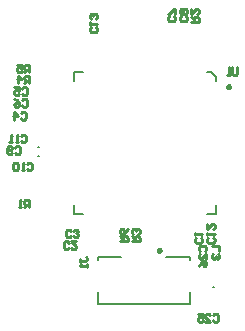
<source format=gbr>
%FSTAX25Y25*%
%MOIN*%
%SFA1B1*%

%IPPOS*%
%ADD47C,0.009842*%
%ADD48C,0.007874*%
%ADD49C,0.010000*%
%LNdigit_legend_bot-1*%
%LPD*%
G54D47*
X0054822Y002498D02*
D01*
X0054821Y0025014*
X0054818Y0025048*
X0054812Y0025082*
X0054803Y0025115*
X0054793Y0025148*
X005478Y002518*
X0054765Y0025211*
X0054748Y0025241*
X0054728Y0025269*
X0054707Y0025296*
X0054684Y0025322*
X0054659Y0025346*
X0054633Y0025368*
X0054605Y0025388*
X0054576Y0025406*
X0054546Y0025422*
X0054515Y0025436*
X0054482Y0025448*
X0054449Y0025457*
X0054416Y0025464*
X0054382Y0025469*
X0054347Y0025472*
X0054313*
X0054279Y0025469*
X0054245Y0025464*
X0054211Y0025457*
X0054178Y0025448*
X0054146Y0025436*
X0054114Y0025422*
X0054084Y0025406*
X0054055Y0025388*
X0054027Y0025368*
X0054001Y0025346*
X0053976Y0025322*
X0053953Y0025296*
X0053932Y0025269*
X0053913Y0025241*
X0053896Y0025211*
X0053881Y002518*
X0053868Y0025148*
X0053857Y0025115*
X0053849Y0025082*
X0053843Y0025048*
X0053839Y0025014*
X0053838Y002498*
X0053839Y0024945*
X0053843Y0024911*
X0053849Y0024877*
X0053857Y0024844*
X0053868Y0024811*
X0053881Y002478*
X0053896Y0024749*
X0053913Y0024719*
X0053932Y0024691*
X0053953Y0024663*
X0053976Y0024638*
X0054001Y0024614*
X0054027Y0024592*
X0054055Y0024572*
X0054084Y0024554*
X0054114Y0024538*
X0054146Y0024524*
X0054178Y0024512*
X0054211Y0024502*
X0054245Y0024495*
X0054279Y002449*
X0054313Y0024488*
X0054347*
X0054382Y002449*
X0054416Y0024495*
X0054449Y0024502*
X0054482Y0024512*
X0054515Y0024524*
X0054546Y0024538*
X0054576Y0024554*
X0054605Y0024572*
X0054633Y0024592*
X0054659Y0024614*
X0054684Y0024638*
X0054707Y0024663*
X0054728Y0024691*
X0054748Y0024719*
X0054765Y0024749*
X005478Y002478*
X0054793Y0024811*
X0054803Y0024844*
X0054812Y0024877*
X0054818Y0024911*
X0054821Y0024945*
X0054822Y002498*
X0077952Y0079527D02*
D01*
X0077951Y0079561*
X0077948Y0079596*
X0077942Y0079629*
X0077933Y0079663*
X0077923Y0079695*
X007791Y0079727*
X0077895Y0079758*
X0077878Y0079788*
X0077858Y0079816*
X0077837Y0079843*
X0077814Y0079869*
X0077789Y0079893*
X0077763Y0079915*
X0077735Y0079935*
X0077706Y0079953*
X0077676Y0079969*
X0077645Y0079983*
X0077612Y0079995*
X0077579Y0080005*
X0077546Y0080012*
X0077512Y0080017*
X0077477Y0080019*
X0077443*
X0077409Y0080017*
X0077375Y0080012*
X0077341Y0080005*
X0077308Y0079995*
X0077276Y0079983*
X0077244Y0079969*
X0077214Y0079953*
X0077185Y0079935*
X0077157Y0079915*
X0077131Y0079893*
X0077106Y0079869*
X0077083Y0079843*
X0077062Y0079816*
X0077043Y0079788*
X0077026Y0079758*
X0077011Y0079727*
X0076998Y0079695*
X0076987Y0079663*
X0076979Y0079629*
X0076973Y0079596*
X0076969Y0079561*
X0076968Y0079527*
X0076969Y0079493*
X0076973Y0079459*
X0076979Y0079425*
X0076987Y0079391*
X0076998Y0079359*
X0077011Y0079327*
X0077026Y0079296*
X0077043Y0079266*
X0077062Y0079238*
X0077083Y0079211*
X0077106Y0079185*
X0077131Y0079161*
X0077157Y0079139*
X0077185Y0079119*
X0077214Y0079101*
X0077244Y0079085*
X0077276Y0079071*
X0077308Y0079059*
X0077341Y007905*
X0077375Y0079042*
X0077409Y0079038*
X0077443Y0079035*
X0077477*
X0077512Y0079038*
X0077546Y0079042*
X0077579Y007905*
X0077612Y0079059*
X0077645Y0079071*
X0077676Y0079085*
X0077706Y0079101*
X0077735Y0079119*
X0077763Y0079139*
X0077789Y0079161*
X0077814Y0079185*
X0077837Y0079211*
X0077858Y0079238*
X0077878Y0079266*
X0077895Y0079296*
X007791Y0079327*
X0077923Y0079359*
X0077933Y0079391*
X0077942Y0079425*
X0077948Y0079459*
X0077951Y0079493*
X0077952Y0079527*
G54D48*
X0072244Y0012598D02*
X0072637D01*
X0064566Y0007066D02*
Y0011137D01*
X0033858Y0007066D02*
Y0011137D01*
Y0022815D02*
X0041732D01*
X0033858Y0021578D02*
Y0022815D01*
X0056692D02*
X0064566D01*
Y0021578D02*
Y0022815D01*
X0033858Y0007066D02*
X0064566D01*
X0013779Y0056299D02*
X0014173D01*
X0013779Y0059448D02*
X0014173D01*
X0073228Y0081299D02*
Y0082775D01*
X0071752Y0084252D02*
X0073228Y0082775D01*
X0070275Y0084252D02*
X0071752D01*
X0073228Y0037007D02*
Y003996D01*
X0070275Y0037007D02*
X0073228D01*
X0025984D02*
X0028937D01*
X0025984D02*
Y003996D01*
Y0081299D02*
Y0084252D01*
X0028937*
G54D49*
X00804Y0085963D02*
Y0083881D01*
X0079983Y0083464*
X007915*
X0078733Y0083881*
Y0085963*
X00779Y0083464D02*
X0077067D01*
X0077484*
Y0085963*
X00779Y0085547*
X0041338Y0027952D02*
X0043837D01*
Y0029202*
X0043421Y0029618*
X0042588*
X0042171Y0029202*
Y0027952*
Y0028785D02*
X0041338Y0029618D01*
X0043837Y0032118D02*
X0043421Y0031285D01*
X0042588Y0030451*
X0041755*
X0041338Y0030868*
Y0031701*
X0041755Y0032118*
X0042171*
X0042588Y0031701*
Y0030451*
X0011023Y0084252D02*
Y0086751D01*
X0009774*
X0009357Y0086334*
Y0085501*
X0009774Y0085085*
X0011023*
X001019D02*
X0009357Y0084252D01*
X0006858Y0086751D02*
X0008524D01*
Y0085501*
X0007691Y0085918*
X0007274*
X0006858Y0085501*
Y0084668*
X0007274Y0084252*
X0008107*
X0008524Y0084668*
X0011023Y0080708D02*
Y0083207D01*
X0009774*
X0009357Y0082791*
Y0081958*
X0009774Y0081541*
X0011023*
X001019D02*
X0009357Y0080708D01*
X0007274D02*
Y0083207D01*
X0008524Y0081958*
X0006858*
X0045275Y0027952D02*
X0047774D01*
Y0029202*
X0047358Y0029618*
X0046525*
X0046108Y0029202*
Y0027952*
Y0028785D02*
X0045275Y0029618D01*
X0047358Y0030451D02*
X0047774Y0030868D01*
Y0031701*
X0047358Y0032118*
X0046941*
X0046525Y0031701*
Y0031285*
Y0031701*
X0046108Y0032118*
X0045692*
X0045275Y0031701*
Y0030868*
X0045692Y0030451*
X0065Y01012D02*
X0067499D01*
Y0102449*
X0067082Y0102866*
X0066249*
X0065833Y0102449*
Y01012*
Y0102033D02*
X0065Y0102866D01*
Y0105365D02*
Y0103699D01*
X0066666Y0105365*
X0067082*
X0067499Y0104948*
Y0104115*
X0067082Y0103699*
X00108Y003937D02*
Y0041869D01*
X000955*
X0009133Y0041452*
Y0040619*
X000955Y0040203*
X00108*
X0009966D02*
X0009133Y003937D01*
X00083D02*
X0007467D01*
X0007884*
Y0041869*
X00083Y0041452*
X007191Y0026377D02*
X0074409D01*
Y0024711*
X0072326Y0023878D02*
X007191Y0023462D01*
Y0022629*
X0072326Y0022212*
X0072743*
X0073159Y0022629*
Y0023045*
Y0022629*
X0073576Y0022212*
X0073992*
X0074409Y0022629*
Y0023462*
X0073992Y0023878*
X0027815Y0021148D02*
Y0021981D01*
Y0021565*
X0029898*
X0030315Y0021981*
Y0022398*
X0029898Y0022815*
X0030315Y0020315D02*
Y0019482D01*
Y0019899*
X0027815*
X0028232Y0020315*
X0067996Y0024711D02*
X0067579Y0025128D01*
Y0025961*
X0067996Y0026377*
X0069662*
X0070078Y0025961*
Y0025128*
X0069662Y0024711*
X0070078Y0022212D02*
Y0023878D01*
X0068412Y0022212*
X0067996*
X0067579Y0022629*
Y0023462*
X0067996Y0023878*
X0067579Y0019713D02*
X0067996Y0020546D01*
X0068829Y0021379*
X0069662*
X0070078Y0020963*
Y002013*
X0069662Y0019713*
X0069245*
X0068829Y002013*
Y0021379*
X0072233Y0003282D02*
X007265Y0003699D01*
X0073483*
X00739Y0003282*
Y0001616*
X0073483Y00012*
X007265*
X0072233Y0001616*
X0069734Y00012D02*
X00714D01*
X0069734Y0002866*
Y0003282*
X0070151Y0003699*
X0070984*
X00714Y0003282*
X0067235Y0003699D02*
X0068901D01*
Y0002449*
X0068068Y0002866*
X0067652*
X0067235Y0002449*
Y0001616*
X0067652Y00012*
X0068485*
X0068901Y0001616*
X0033185Y0099303D02*
X0033601Y0098887D01*
Y0098054*
X0033185Y0097637*
X0031518*
X0031102Y0098054*
Y0098887*
X0031518Y0099303*
X0031102Y0100137D02*
Y010097D01*
Y0100553*
X0033601*
X0033185Y0100137*
Y0102219D02*
X0033601Y0102636D01*
Y0103469*
X0033185Y0103885*
X0032768*
X0032352Y0103469*
Y0103052*
Y0103469*
X0031935Y0103885*
X0031518*
X0031102Y0103469*
Y0102636*
X0031518Y0102219*
X0072358Y0029225D02*
X0072774Y0028808D01*
Y0027975*
X0072358Y0027559*
X0070692*
X0070275Y0027975*
Y0028808*
X0070692Y0029225*
X0070275Y0030058D02*
Y0030891D01*
Y0030474*
X0072774*
X0072358Y0030058*
X0070275Y0033807D02*
Y003214D01*
X0071941Y0033807*
X0072358*
X0072774Y003339*
Y0032557*
X0072358Y003214*
X0008176Y0063106D02*
X0008592Y0063522D01*
X0009426*
X0009842Y0063106*
Y006144*
X0009426Y0061023*
X0008592*
X0008176Y006144*
X0007343Y0061023D02*
X000651D01*
X0006926*
Y0063522*
X0007343Y0063106*
X000526Y0061023D02*
X0004427D01*
X0004844*
Y0063522*
X000526Y0063106*
X0010144Y0053657D02*
X0010561Y0054074D01*
X0011394*
X0011811Y0053657*
Y0051991*
X0011394Y0051574*
X0010561*
X0010144Y0051991*
X0009311Y0051574D02*
X0008478D01*
X0008895*
Y0054074*
X0009311Y0053657*
X0007229D02*
X0006812Y0054074D01*
X0005979*
X0005563Y0053657*
Y0051991*
X0005979Y0051574*
X0006812*
X0007229Y0051991*
Y0053657*
X0006207Y0059169D02*
X0006624Y0059585D01*
X0007457*
X0007874Y0059169*
Y0057503*
X0007457Y0057086*
X0006624*
X0006207Y0057503*
X0005374D02*
X0004958Y0057086D01*
X0004125*
X0003708Y0057503*
Y0059169*
X0004125Y0059585*
X0004958*
X0005374Y0059169*
Y0058752*
X0004958Y0058336*
X0003708*
X0063182Y0102966D02*
X0063599Y0102549D01*
Y0101716*
X0063182Y01013*
X0061516*
X00611Y0101716*
Y0102549*
X0061516Y0102966*
X0063182Y0103799D02*
X0063599Y0104215D01*
Y0105048*
X0063182Y0105465*
X0062766*
X0062349Y0105048*
X0061933Y0105465*
X0061516*
X00611Y0105048*
Y0104215*
X0061516Y0103799*
X0061933*
X0062349Y0104215*
X0062766Y0103799*
X0063182*
X0062349Y0104215D02*
Y0105048D01*
X0059182Y0102966D02*
X0059599Y0102549D01*
Y0101716*
X0059182Y01013*
X0057516*
X00571Y0101716*
Y0102549*
X0057516Y0102966*
X0059599Y0103799D02*
Y0105465D01*
X0059182*
X0057516Y0103799*
X00571*
X000857Y0074917D02*
X0008986Y0075333D01*
X0009819*
X0010236Y0074917*
Y0073251*
X0009819Y0072834*
X0008986*
X000857Y0073251*
X000607Y0075333D02*
X0006904Y0074917D01*
X0007737Y0074084*
Y0073251*
X000732Y0072834*
X0006487*
X000607Y0073251*
Y0073667*
X0006487Y0074084*
X0007737*
X000857Y0078854D02*
X0008986Y007927D01*
X0009819*
X0010236Y0078854*
Y0077188*
X0009819Y0076771*
X0008986*
X000857Y0077188*
X000607Y007927D02*
X0007737D01*
Y0078021*
X0006904Y0078437*
X0006487*
X000607Y0078021*
Y0077188*
X0006487Y0076771*
X000732*
X0007737Y0077188*
X0008176Y0070582D02*
X0008592Y0070999D01*
X0009426*
X0009842Y0070582*
Y0068916*
X0009426Y00685*
X0008592*
X0008176Y0068916*
X0006093Y00685D02*
Y0070999D01*
X0007343Y0069749*
X0005677*
X0024894Y0029807D02*
X0024478Y002939D01*
X0023644*
X0023228Y0029807*
Y0031473*
X0023644Y0031889*
X0024478*
X0024894Y0031473*
X0025727Y0029807D02*
X0026144Y002939D01*
X0026977*
X0027393Y0029807*
Y0030223*
X0026977Y003064*
X002656*
X0026977*
X0027393Y0031056*
Y0031473*
X0026977Y0031889*
X0026144*
X0025727Y0031473*
X0024107Y002587D02*
X002369Y0025453D01*
X0022857*
X002244Y002587*
Y0027536*
X0022857Y0027952*
X002369*
X0024107Y0027536*
X0026606Y0027952D02*
X002494D01*
X0026606Y0026286*
Y002587*
X0026189Y0025453*
X0025356*
X002494Y002587*
X0068224Y0029225D02*
X006864Y0028808D01*
Y0027975*
X0068224Y0027559*
X0066558*
X0066141Y0027975*
Y0028808*
X0066558Y0029225*
X0066141Y0030058D02*
Y0030891D01*
Y0030474*
X006864*
X0068224Y0030058*
M02*
</source>
